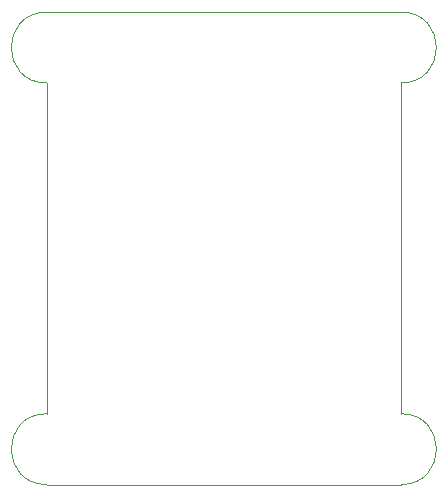
<source format=gko>
G04 #@! TF.GenerationSoftware,KiCad,Pcbnew,(6.0.1)*
G04 #@! TF.CreationDate,2022-07-28T15:49:31+09:00*
G04 #@! TF.ProjectId,Fc_stm32,46635f73-746d-4333-922e-6b696361645f,rev?*
G04 #@! TF.SameCoordinates,Original*
G04 #@! TF.FileFunction,Profile,NP*
%FSLAX46Y46*%
G04 Gerber Fmt 4.6, Leading zero omitted, Abs format (unit mm)*
G04 Created by KiCad (PCBNEW (6.0.1)) date 2022-07-28 15:49:31*
%MOMM*%
%LPD*%
G01*
G04 APERTURE LIST*
G04 #@! TA.AperFunction,Profile*
%ADD10C,0.100000*%
G04 #@! TD*
G04 APERTURE END LIST*
D10*
X-15000000Y-6000000D02*
X-15000000Y-34000000D01*
X-15000000Y0D02*
G75*
G03*
X-15000000Y-6000000I0J-3000000D01*
G01*
X15000000Y0D02*
X-15000000Y0D01*
X15000000Y-34000000D02*
X15000000Y-6000000D01*
X-15000000Y-40000000D02*
X15000000Y-40000000D01*
X15000000Y-6000000D02*
G75*
G03*
X15000000Y0I0J3000000D01*
G01*
X15000000Y-40000000D02*
G75*
G03*
X15000000Y-34000000I0J3000000D01*
G01*
X-15000000Y-34000000D02*
G75*
G03*
X-15000000Y-40000000I0J-3000000D01*
G01*
M02*

</source>
